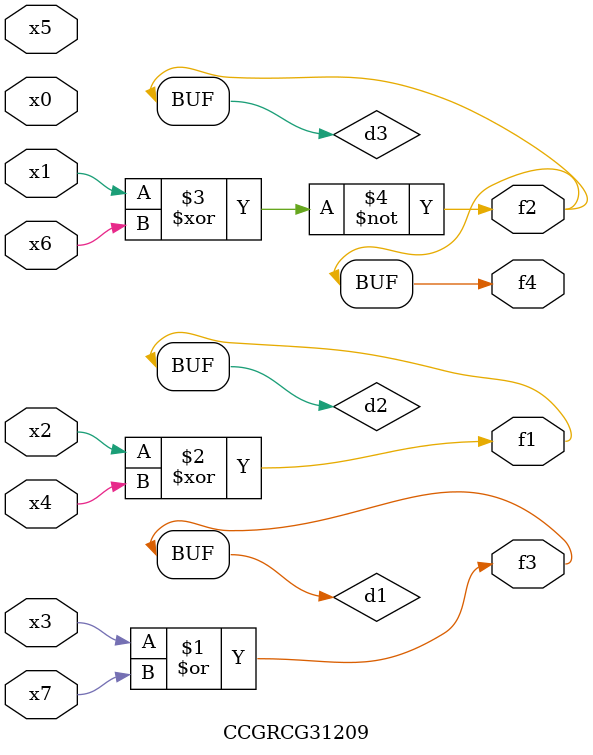
<source format=v>
module CCGRCG31209(
	input x0, x1, x2, x3, x4, x5, x6, x7,
	output f1, f2, f3, f4
);

	wire d1, d2, d3;

	or (d1, x3, x7);
	xor (d2, x2, x4);
	xnor (d3, x1, x6);
	assign f1 = d2;
	assign f2 = d3;
	assign f3 = d1;
	assign f4 = d3;
endmodule

</source>
